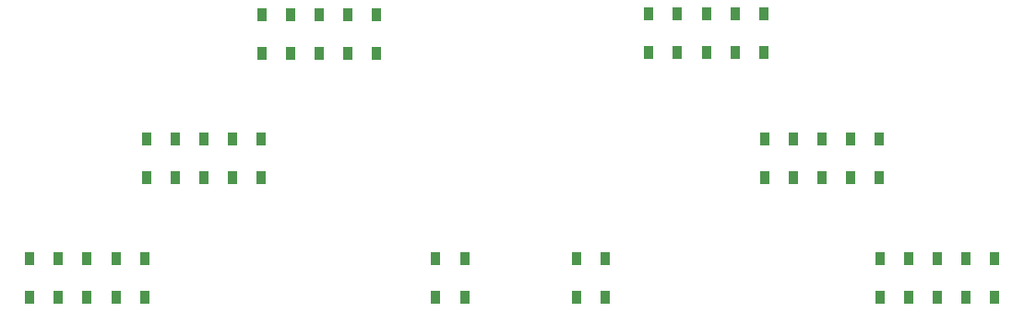
<source format=gbr>
%TF.GenerationSoftware,KiCad,Pcbnew,7.0.7*%
%TF.CreationDate,2024-06-13T17:52:44+09:00*%
%TF.ProjectId,hmproto34-bottom,686d7072-6f74-46f3-9334-2d626f74746f,rev?*%
%TF.SameCoordinates,Original*%
%TF.FileFunction,Paste,Top*%
%TF.FilePolarity,Positive*%
%FSLAX46Y46*%
G04 Gerber Fmt 4.6, Leading zero omitted, Abs format (unit mm)*
G04 Created by KiCad (PCBNEW 7.0.7) date 2024-06-13 17:52:44*
%MOMM*%
%LPD*%
G01*
G04 APERTURE LIST*
%ADD10R,0.950000X1.300000*%
G04 APERTURE END LIST*
D10*
%TO.C,D17*%
X142537500Y-152805000D03*
X142537500Y-149255000D03*
%TD*%
%TO.C,D11*%
X131842500Y-130345000D03*
X131842500Y-126795000D03*
%TD*%
%TO.C,D25*%
X164725000Y-130305000D03*
X164725000Y-126755000D03*
%TD*%
%TO.C,D9*%
X118597500Y-141820000D03*
X118597500Y-138270000D03*
%TD*%
%TO.C,D33*%
X191200000Y-152805000D03*
X191200000Y-149255000D03*
%TD*%
%TO.C,D30*%
X188562500Y-152805000D03*
X188562500Y-149255000D03*
%TD*%
%TO.C,D4*%
X139900000Y-152805000D03*
X139900000Y-149255000D03*
%TD*%
%TO.C,D31*%
X170000000Y-130305000D03*
X170000000Y-126755000D03*
%TD*%
%TO.C,D15*%
X123872500Y-141820000D03*
X123872500Y-138270000D03*
%TD*%
%TO.C,D3*%
X102615000Y-152825000D03*
X102615000Y-149275000D03*
%TD*%
%TO.C,D27*%
X185925000Y-152805000D03*
X185925000Y-149255000D03*
%TD*%
%TO.C,D7*%
X105252500Y-152825000D03*
X105252500Y-149275000D03*
%TD*%
%TO.C,D26*%
X175335000Y-141785000D03*
X175335000Y-138235000D03*
%TD*%
%TO.C,D23*%
X172697500Y-141785000D03*
X172697500Y-138235000D03*
%TD*%
%TO.C,D34*%
X155417500Y-152825000D03*
X155417500Y-149275000D03*
%TD*%
%TO.C,D5*%
X126567500Y-130345000D03*
X126567500Y-126795000D03*
%TD*%
%TO.C,D29*%
X177972500Y-141785000D03*
X177972500Y-138235000D03*
%TD*%
%TO.C,D18*%
X159450000Y-130305000D03*
X159450000Y-126755000D03*
%TD*%
%TO.C,D16*%
X113165000Y-152825000D03*
X113165000Y-149275000D03*
%TD*%
%TO.C,D22*%
X162087500Y-130305000D03*
X162087500Y-126755000D03*
%TD*%
%TO.C,D14*%
X134480000Y-130345000D03*
X134480000Y-126795000D03*
%TD*%
%TO.C,D20*%
X180650000Y-152805000D03*
X180650000Y-149255000D03*
%TD*%
%TO.C,D10*%
X107890000Y-152825000D03*
X107890000Y-149275000D03*
%TD*%
%TO.C,D21*%
X152780000Y-152825000D03*
X152780000Y-149275000D03*
%TD*%
%TO.C,D28*%
X167362500Y-130305000D03*
X167362500Y-126755000D03*
%TD*%
%TO.C,D1*%
X123930000Y-130345000D03*
X123930000Y-126795000D03*
%TD*%
%TO.C,D24*%
X183287500Y-152805000D03*
X183287500Y-149255000D03*
%TD*%
%TO.C,D2*%
X113322500Y-141820000D03*
X113322500Y-138270000D03*
%TD*%
%TO.C,D12*%
X121235000Y-141820000D03*
X121235000Y-138270000D03*
%TD*%
%TO.C,D6*%
X115960000Y-141820000D03*
X115960000Y-138270000D03*
%TD*%
%TO.C,D8*%
X129205000Y-130345000D03*
X129205000Y-126795000D03*
%TD*%
%TO.C,D13*%
X110527500Y-152825000D03*
X110527500Y-149275000D03*
%TD*%
%TO.C,D19*%
X170060000Y-141785000D03*
X170060000Y-138235000D03*
%TD*%
%TO.C,D32*%
X180610000Y-141785000D03*
X180610000Y-138235000D03*
%TD*%
M02*

</source>
